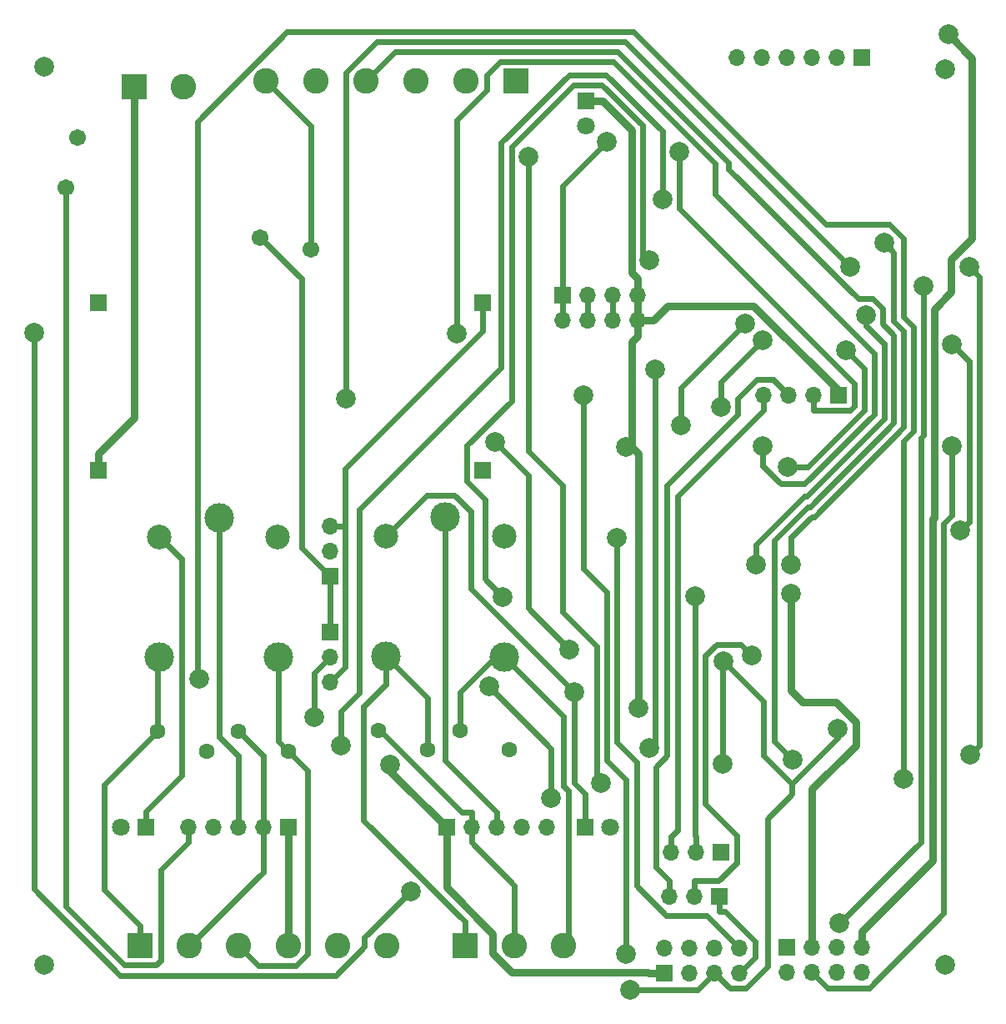
<source format=gbr>
%TF.GenerationSoftware,KiCad,Pcbnew,7.0.8*%
%TF.CreationDate,2024-12-20T13:37:24-03:00*%
%TF.ProjectId,Tesseract,54657373-6572-4616-9374-2e6b69636164,rev?*%
%TF.SameCoordinates,Original*%
%TF.FileFunction,Copper,L2,Bot*%
%TF.FilePolarity,Positive*%
%FSLAX46Y46*%
G04 Gerber Fmt 4.6, Leading zero omitted, Abs format (unit mm)*
G04 Created by KiCad (PCBNEW 7.0.8) date 2024-12-20 13:37:24*
%MOMM*%
%LPD*%
G01*
G04 APERTURE LIST*
%TA.AperFunction,ComponentPad*%
%ADD10R,2.600000X2.600000*%
%TD*%
%TA.AperFunction,ComponentPad*%
%ADD11C,2.600000*%
%TD*%
%TA.AperFunction,ComponentPad*%
%ADD12C,1.600000*%
%TD*%
%TA.AperFunction,ComponentPad*%
%ADD13R,1.700000X1.700000*%
%TD*%
%TA.AperFunction,ComponentPad*%
%ADD14O,1.700000X1.700000*%
%TD*%
%TA.AperFunction,ComponentPad*%
%ADD15R,1.800000X1.800000*%
%TD*%
%TA.AperFunction,ComponentPad*%
%ADD16C,1.800000*%
%TD*%
%TA.AperFunction,ComponentPad*%
%ADD17C,1.710000*%
%TD*%
%TA.AperFunction,ComponentPad*%
%ADD18C,3.000000*%
%TD*%
%TA.AperFunction,ComponentPad*%
%ADD19C,2.500000*%
%TD*%
%TA.AperFunction,ViaPad*%
%ADD20C,2.000000*%
%TD*%
%TA.AperFunction,Conductor*%
%ADD21C,0.800000*%
%TD*%
%TA.AperFunction,Conductor*%
%ADD22C,0.600000*%
%TD*%
G04 APERTURE END LIST*
D10*
%TO.P,J22,1,Pin_1*%
%TO.N,Net-(J22-Pin_1)*%
X33250000Y-119000000D03*
D11*
%TO.P,J22,2,Pin_2*%
%TO.N,Net-(J22-Pin_2)*%
X38250000Y-119000000D03*
%TO.P,J22,3,Pin_3*%
%TO.N,Net-(J22-Pin_3)*%
X43250000Y-119000000D03*
%TO.P,J22,4,Pin_4*%
%TO.N,GND*%
X48250000Y-119000000D03*
%TO.P,J22,5,Pin_5*%
%TO.N,Net-(D5-K)*%
X53250000Y-119000000D03*
%TO.P,J22,6,Pin_6*%
%TO.N,BTN*%
X58250000Y-119000000D03*
%TD*%
D12*
%TO.P,RV3,1*%
%TO.N,Net-(J14-Pin_1)*%
X62450000Y-99150000D03*
%TO.P,RV3,2*%
%TO.N,Net-(J14-Pin_2)*%
X57450000Y-97150000D03*
%TD*%
D13*
%TO.P,J6,1,Pin_1*%
%TO.N,TXP*%
X92250000Y-109500000D03*
D14*
%TO.P,J6,2,Pin_2*%
%TO.N,SCL{slash}TX*%
X89710000Y-109500000D03*
%TO.P,J6,3,Pin_3*%
%TO.N,SCL*%
X87170000Y-109500000D03*
%TD*%
D13*
%TO.P,J1,1,Pin_1*%
%TO.N,12V*%
X52500000Y-81525000D03*
D14*
%TO.P,J1,2,Pin_2*%
%TO.N,Net-(D2-K)*%
X52500000Y-78985000D03*
%TO.P,J1,3,Pin_3*%
%TO.N,+5V*%
X52500000Y-76445000D03*
%TD*%
D13*
%TO.P,J13,1,Pin_1*%
%TO.N,unconnected-(J13-Pin_1-Pad1)*%
X106550000Y-28850000D03*
D14*
%TO.P,J13,2,Pin_2*%
%TO.N,unconnected-(J13-Pin_2-Pad2)*%
X104010000Y-28850000D03*
%TO.P,J13,3,Pin_3*%
%TO.N,unconnected-(J13-Pin_3-Pad3)*%
X101470000Y-28850000D03*
%TO.P,J13,4,Pin_4*%
%TO.N,unconnected-(J13-Pin_4-Pad4)*%
X98930000Y-28850000D03*
%TO.P,J13,5,Pin_5*%
%TO.N,unconnected-(J13-Pin_5-Pad5)*%
X96390000Y-28850000D03*
%TO.P,J13,6,Pin_6*%
%TO.N,unconnected-(J13-Pin_6-Pad6)*%
X93850000Y-28850000D03*
%TD*%
D15*
%TO.P,D4,1,K*%
%TO.N,Net-(D2-A)*%
X33790000Y-107000000D03*
D16*
%TO.P,D4,2,A*%
%TO.N,Net-(D4-A)*%
X31250000Y-107000000D03*
%TD*%
D10*
%TO.P,J14,1,Pin_1*%
%TO.N,Net-(J14-Pin_1)*%
X66250000Y-119000000D03*
D11*
%TO.P,J14,2,Pin_2*%
%TO.N,Net-(J14-Pin_2)*%
X71250000Y-119000000D03*
%TO.P,J14,3,Pin_3*%
%TO.N,Net-(J14-Pin_3)*%
X76250000Y-119000000D03*
%TD*%
D10*
%TO.P,J15,1,Pin_1*%
%TO.N,BEEP*%
X71400000Y-31250000D03*
D11*
%TO.P,J15,2,Pin_2*%
%TO.N,LED*%
X66320000Y-31250000D03*
%TO.P,J15,3,Pin_3*%
%TO.N,D1*%
X61240000Y-31250000D03*
%TO.P,J15,4,Pin_4*%
%TO.N,D0*%
X56160000Y-31250000D03*
%TO.P,J15,5,Pin_5*%
%TO.N,GND*%
X51080000Y-31250000D03*
%TO.P,J15,6,Pin_6*%
%TO.N,Net-(J15-Pin_6)*%
X46000000Y-31250000D03*
%TD*%
D17*
%TO.P,F1,1*%
%TO.N,+12V*%
X26850000Y-36950000D03*
%TO.P,F1,2*%
%TO.N,12VOUT*%
X25650000Y-42050000D03*
%TD*%
D13*
%TO.P,J3,1,Pin_1*%
%TO.N,GND*%
X29000000Y-70750000D03*
%TD*%
%TO.P,J19,1,Pin_1*%
%TO.N,+5V*%
X68000000Y-53750000D03*
%TD*%
%TO.P,J8,1,Pin_1*%
%TO.N,GND*%
X48250000Y-107000000D03*
D14*
%TO.P,J8,2,Pin_2*%
%TO.N,Net-(J22-Pin_2)*%
X45710000Y-107000000D03*
%TO.P,J8,3,Pin_3*%
%TO.N,Net-(J8-Pin_3)*%
X43170000Y-107000000D03*
%TO.P,J8,4,Pin_4*%
%TO.N,12VOUT*%
X40630000Y-107000000D03*
%TO.P,J8,5,Pin_5*%
X38090000Y-107000000D03*
%TD*%
D12*
%TO.P,RV2,1*%
%TO.N,Net-(J22-Pin_2)*%
X43250000Y-97250000D03*
%TO.P,RV2,2*%
%TO.N,Net-(J22-Pin_3)*%
X48250000Y-99250000D03*
%TD*%
D18*
%TO.P,K1,1*%
%TO.N,Net-(J8-Pin_3)*%
X41250000Y-75550000D03*
D19*
%TO.P,K1,2*%
%TO.N,Net-(D2-A)*%
X35200000Y-77500000D03*
D18*
%TO.P,K1,3*%
%TO.N,Net-(J22-Pin_1)*%
X35200000Y-89700000D03*
%TO.P,K1,4*%
%TO.N,Net-(J22-Pin_3)*%
X47250000Y-89750000D03*
D19*
%TO.P,K1,5*%
%TO.N,Net-(D2-K)*%
X47200000Y-77500000D03*
%TD*%
D17*
%TO.P,F2,1*%
%TO.N,12V*%
X45450000Y-47150000D03*
%TO.P,F2,2*%
%TO.N,Net-(J15-Pin_6)*%
X50550000Y-48350000D03*
%TD*%
D13*
%TO.P,J2,1,Pin_1*%
%TO.N,12V*%
X29000000Y-53750000D03*
%TD*%
D12*
%TO.P,RV4,1*%
%TO.N,Net-(J14-Pin_2)*%
X70700000Y-99150000D03*
%TO.P,RV4,2*%
%TO.N,Net-(J14-Pin_3)*%
X65700000Y-97150000D03*
%TD*%
D13*
%TO.P,J20,1,Pin_1*%
%TO.N,GND*%
X68000000Y-70750000D03*
%TD*%
%TO.P,J10,1,Pin_1*%
%TO.N,GND*%
X104180000Y-63100000D03*
D14*
%TO.P,J10,2,Pin_2*%
%TO.N,+3.3V*%
X101640000Y-63100000D03*
%TO.P,J10,3,Pin_3*%
%TO.N,SDA*%
X99100000Y-63100000D03*
%TO.P,J10,4,Pin_4*%
%TO.N,SCL*%
X96560000Y-63100000D03*
%TD*%
D13*
%TO.P,J12,1,Pin_1*%
%TO.N,12V*%
X52500000Y-87210000D03*
D14*
%TO.P,J12,2,Pin_2*%
%TO.N,Net-(D7-K)*%
X52500000Y-89750000D03*
%TO.P,J12,3,Pin_3*%
%TO.N,+5V*%
X52500000Y-92290000D03*
%TD*%
D13*
%TO.P,J7,1,Pin_1*%
%TO.N,RXP*%
X92080000Y-114000000D03*
D14*
%TO.P,J7,2,Pin_2*%
%TO.N,SDA{slash}RX*%
X89540000Y-114000000D03*
%TO.P,J7,3,Pin_3*%
%TO.N,SDA*%
X87000000Y-114000000D03*
%TD*%
D13*
%TO.P,J21,1,Pin_1*%
%TO.N,GND*%
X98960000Y-119210000D03*
D14*
%TO.P,J21,2,Pin_2*%
%TO.N,+3.3V*%
X98960000Y-121750000D03*
%TO.P,J21,3,Pin_3*%
%TO.N,GND*%
X101500000Y-119210000D03*
%TO.P,J21,4,Pin_4*%
%TO.N,SDA*%
X101500000Y-121750000D03*
%TO.P,J21,5,Pin_5*%
%TO.N,+5V*%
X104040000Y-119210000D03*
%TO.P,J21,6,Pin_6*%
%TO.N,SCL*%
X104040000Y-121750000D03*
%TO.P,J21,7,Pin_7*%
%TO.N,+12V*%
X106580000Y-119210000D03*
%TO.P,J21,8,Pin_8*%
%TO.N,RST*%
X106580000Y-121750000D03*
%TD*%
D15*
%TO.P,D3,1,K*%
%TO.N,GND*%
X78500000Y-33250000D03*
D16*
%TO.P,D3,2,A*%
%TO.N,Net-(D3-A)*%
X78500000Y-35790000D03*
%TD*%
D10*
%TO.P,J5,1,Pin_1*%
%TO.N,GND*%
X32660000Y-31805000D03*
D11*
%TO.P,J5,2,Pin_2*%
%TO.N,+12V*%
X37660000Y-31805000D03*
%TD*%
D13*
%TO.P,J9,1,Pin_1*%
%TO.N,GND*%
X86500000Y-121790000D03*
D14*
%TO.P,J9,2,Pin_2*%
%TO.N,TXP*%
X86500000Y-119250000D03*
%TO.P,J9,3,Pin_3*%
%TO.N,unconnected-(J9-Pin_3-Pad3)*%
X89040000Y-121790000D03*
%TO.P,J9,4,Pin_4*%
%TO.N,unconnected-(J9-Pin_4-Pad4)*%
X89040000Y-119250000D03*
%TO.P,J9,5,Pin_5*%
%TO.N,GPIO0*%
X91580000Y-121790000D03*
%TO.P,J9,6,Pin_6*%
%TO.N,unconnected-(J9-Pin_6-Pad6)*%
X91580000Y-119250000D03*
%TO.P,J9,7,Pin_7*%
%TO.N,RXP*%
X94120000Y-121790000D03*
%TO.P,J9,8,Pin_8*%
%TO.N,+3.3V*%
X94120000Y-119250000D03*
%TD*%
D13*
%TO.P,J17,1,Pin_1*%
%TO.N,+5V*%
X76130000Y-52960000D03*
D14*
%TO.P,J17,2,Pin_2*%
X76130000Y-55500000D03*
%TO.P,J17,3,Pin_3*%
%TO.N,D1-RFW26*%
X78670000Y-52960000D03*
%TO.P,J17,4,Pin_4*%
X78670000Y-55500000D03*
%TO.P,J17,5,Pin_5*%
%TO.N,D0-RFW26*%
X81210000Y-52960000D03*
%TO.P,J17,6,Pin_6*%
X81210000Y-55500000D03*
%TO.P,J17,7,Pin_7*%
%TO.N,GND*%
X83750000Y-52960000D03*
%TO.P,J17,8,Pin_8*%
X83750000Y-55500000D03*
%TD*%
D18*
%TO.P,K2,1*%
%TO.N,Net-(J16-Pin_3)*%
X64250000Y-75500000D03*
D19*
%TO.P,K2,2*%
%TO.N,Net-(D7-A)*%
X58200000Y-77450000D03*
D18*
%TO.P,K2,3*%
%TO.N,Net-(J14-Pin_1)*%
X58200000Y-89650000D03*
%TO.P,K2,4*%
%TO.N,Net-(J14-Pin_3)*%
X70250000Y-89700000D03*
D19*
%TO.P,K2,5*%
%TO.N,Net-(D7-K)*%
X70200000Y-77450000D03*
%TD*%
D13*
%TO.P,J16,1,Pin_1*%
%TO.N,GND*%
X64340000Y-107000000D03*
D14*
%TO.P,J16,2,Pin_2*%
%TO.N,Net-(J14-Pin_2)*%
X66880000Y-107000000D03*
%TO.P,J16,3,Pin_3*%
%TO.N,Net-(J16-Pin_3)*%
X69420000Y-107000000D03*
%TO.P,J16,4,Pin_4*%
%TO.N,12VOUT*%
X71960000Y-107000000D03*
%TO.P,J16,5,Pin_5*%
X74500000Y-107000000D03*
%TD*%
D12*
%TO.P,RV1,1*%
%TO.N,Net-(J22-Pin_1)*%
X35000000Y-97250000D03*
%TO.P,RV1,2*%
%TO.N,Net-(J22-Pin_2)*%
X40000000Y-99250000D03*
%TD*%
D15*
%TO.P,D8,1,K*%
%TO.N,Net-(D7-A)*%
X78460000Y-107000000D03*
D16*
%TO.P,D8,2,A*%
%TO.N,Net-(D8-A)*%
X81000000Y-107000000D03*
%TD*%
D20*
%TO.N,*%
X23500000Y-121000000D03*
X115000000Y-121000000D03*
X115000000Y-30000000D03*
X23500000Y-29750000D03*
%TO.N,Net-(U3-EN)*%
X116574800Y-76852700D03*
X115723800Y-57943200D03*
X106969000Y-55026100D03*
X95792800Y-80318400D03*
%TO.N,Net-(U3-~{RST})*%
X108827800Y-47673800D03*
X99319900Y-80319600D03*
%TO.N,Net-(Q5-B)*%
X104903500Y-58567700D03*
X99006300Y-70400000D03*
%TO.N,Net-(Q4-B)*%
X84957600Y-49450000D03*
X70074000Y-83600000D03*
X68671100Y-92685100D03*
X75002300Y-104005900D03*
%TO.N,Net-(Q3-B)*%
X76831900Y-88940300D03*
X69258100Y-67855700D03*
X54158100Y-63475600D03*
X105384500Y-50086200D03*
X117437900Y-50086200D03*
X117546300Y-99626900D03*
%TO.N,Net-(Q2-B)*%
X88160400Y-66168300D03*
X94714300Y-55862600D03*
%TO.N,Net-(Q1-B)*%
X39205600Y-91902800D03*
X110804000Y-102077200D03*
%TO.N,SDA*%
X115711700Y-68288400D03*
%TO.N,SDA{slash}RX*%
X95341800Y-89526300D03*
%TO.N,SCL{slash}TX*%
X89571900Y-83572200D03*
%TO.N,+5V*%
X80616100Y-37416000D03*
X112795300Y-52064900D03*
X104265700Y-116759200D03*
%TO.N,Net-(D17-A)*%
X60727500Y-113475300D03*
X22430000Y-56781700D03*
X65361700Y-56887100D03*
X96469800Y-68325500D03*
%TO.N,GPIO2*%
X85544400Y-60550100D03*
X84984300Y-98984600D03*
%TO.N,GPIO0*%
X104111300Y-97007500D03*
X92374000Y-100542900D03*
X92487800Y-90146600D03*
X78254700Y-63142400D03*
X82601900Y-119882800D03*
X83045500Y-123502100D03*
%TO.N,D1*%
X72647400Y-38894900D03*
X80012800Y-102542300D03*
%TO.N,D0*%
X99473200Y-100114600D03*
%TO.N,Net-(D7-A)*%
X77314700Y-93276000D03*
%TO.N,Net-(D7-K)*%
X50948100Y-95825100D03*
%TO.N,Net-(D5-A)*%
X92252900Y-64364800D03*
X96441700Y-57580100D03*
X86268400Y-43247300D03*
X53587300Y-98694900D03*
%TO.N,+12V*%
X115309800Y-26505000D03*
%TO.N,+3.3V*%
X87970300Y-38393400D03*
X81679000Y-77650000D03*
%TO.N,GND*%
X82555700Y-68406100D03*
X58648900Y-100631800D03*
X83818000Y-94901900D03*
X99357000Y-83284800D03*
%TD*%
D21*
%TO.N,+12V*%
X106580000Y-117558100D02*
X106580000Y-119210000D01*
X113771000Y-110367100D02*
X106580000Y-117558100D01*
X113771000Y-75691200D02*
X113771000Y-110367100D01*
X115637900Y-52656300D02*
X113909700Y-54384500D01*
X117750000Y-47228515D02*
X115637900Y-49340615D01*
X113909700Y-54384500D02*
X113909700Y-75552500D01*
X113909700Y-75552500D02*
X113771000Y-75691200D01*
X117750000Y-28945200D02*
X117750000Y-47228515D01*
X115309800Y-26505000D02*
X117750000Y-28945200D01*
X115637900Y-49340615D02*
X115637900Y-52656300D01*
D22*
%TO.N,Net-(J22-Pin_3)*%
X47250000Y-98250000D02*
X48250000Y-99250000D01*
X47250000Y-89750000D02*
X47250000Y-98250000D01*
X45266300Y-121016300D02*
X43250000Y-119000000D01*
X49071000Y-121016300D02*
X45266300Y-121016300D01*
X50260200Y-119827100D02*
X49071000Y-121016300D01*
X50260200Y-101260200D02*
X50260200Y-119827100D01*
X48250000Y-99250000D02*
X50260200Y-101260200D01*
%TO.N,Net-(J22-Pin_1)*%
X33250000Y-119000000D02*
X33250000Y-116998100D01*
X35000000Y-89900000D02*
X35000000Y-97250000D01*
X35200000Y-89700000D02*
X35000000Y-89900000D01*
X29599400Y-102650600D02*
X35000000Y-97250000D01*
X29599400Y-113347500D02*
X29599400Y-102650600D01*
X33250000Y-116998100D02*
X29599400Y-113347500D01*
%TO.N,Net-(J22-Pin_2)*%
X45710000Y-99710000D02*
X45710000Y-107000000D01*
X43250000Y-97250000D02*
X45710000Y-99710000D01*
X45710000Y-111540000D02*
X38250000Y-119000000D01*
X45710000Y-107000000D02*
X45710000Y-111540000D01*
%TO.N,Net-(U3-EN)*%
X117437900Y-59657300D02*
X115723800Y-57943200D01*
X117437900Y-75989600D02*
X117437900Y-59657300D01*
X116574800Y-76852700D02*
X117437900Y-75989600D01*
X95792800Y-78254800D02*
X95792800Y-80318400D01*
X100679100Y-73368500D02*
X95792800Y-78254800D01*
X100946500Y-73368500D02*
X100679100Y-73368500D01*
X108787700Y-65527300D02*
X100946500Y-73368500D01*
X108787700Y-57917100D02*
X108787700Y-65527300D01*
X106969000Y-56098400D02*
X108787700Y-57917100D01*
X106969000Y-55026100D02*
X106969000Y-56098400D01*
%TO.N,Net-(U3-~{RST})*%
X109789600Y-48635600D02*
X108827800Y-47673800D01*
X109789600Y-55585000D02*
X109789600Y-48635600D01*
X110791500Y-56586900D02*
X109789600Y-55585000D01*
X110791500Y-66357500D02*
X110791500Y-56586900D01*
X101683300Y-75465700D02*
X110791500Y-66357500D01*
X101427900Y-75465700D02*
X101683300Y-75465700D01*
X99319900Y-77573700D02*
X101427900Y-75465700D01*
X99319900Y-80319600D02*
X99319900Y-77573700D01*
%TO.N,Net-(Q5-B)*%
X106758300Y-60422500D02*
X104903500Y-58567700D01*
X106758300Y-64666900D02*
X106758300Y-60422500D01*
X101025200Y-70400000D02*
X106758300Y-64666900D01*
X99006300Y-70400000D02*
X101025200Y-70400000D01*
%TO.N,Net-(Q4-B)*%
X75002300Y-99016300D02*
X75002300Y-104005900D01*
X68671100Y-92685100D02*
X75002300Y-99016300D01*
X68248100Y-81774100D02*
X70074000Y-83600000D01*
X68248100Y-73690700D02*
X68248100Y-81774100D01*
X66448100Y-71890700D02*
X68248100Y-73690700D01*
X66448100Y-68258800D02*
X66448100Y-71890700D01*
X70941000Y-63765900D02*
X66448100Y-68258800D01*
X70941000Y-37934700D02*
X70941000Y-63765900D01*
X77260800Y-31614900D02*
X70941000Y-37934700D01*
X80125600Y-31614900D02*
X77260800Y-31614900D01*
X84235700Y-35725000D02*
X80125600Y-31614900D01*
X84235700Y-48728100D02*
X84235700Y-35725000D01*
X84957600Y-49450000D02*
X84235700Y-48728100D01*
%TO.N,Net-(Q3-B)*%
X72647400Y-84755800D02*
X76831900Y-88940300D01*
X72647400Y-71245000D02*
X72647400Y-84755800D01*
X69258100Y-67855700D02*
X72647400Y-71245000D01*
X54158100Y-30335500D02*
X54158100Y-63475600D01*
X57255800Y-27237800D02*
X54158100Y-30335500D01*
X82536100Y-27237800D02*
X57255800Y-27237800D01*
X105384500Y-50086200D02*
X82536100Y-27237800D01*
X118439800Y-51088100D02*
X117437900Y-50086200D01*
X118439800Y-98733400D02*
X118439800Y-51088100D01*
X117546300Y-99626900D02*
X118439800Y-98733400D01*
%TO.N,Net-(Q2-B)*%
X88160400Y-62416500D02*
X88160400Y-66168300D01*
X94714300Y-55862600D02*
X88160400Y-62416500D01*
%TO.N,Net-(Q1-B)*%
X39041500Y-91738700D02*
X39205600Y-91902800D01*
X39041500Y-35333900D02*
X39041500Y-91738700D01*
X48139500Y-26235900D02*
X39041500Y-35333900D01*
X83335200Y-26235900D02*
X48139500Y-26235900D01*
X102867700Y-45768400D02*
X83335200Y-26235900D01*
X109337300Y-45768400D02*
X102867700Y-45768400D01*
X110804000Y-47235100D02*
X109337300Y-45768400D01*
X110804000Y-55182400D02*
X110804000Y-47235100D01*
X111793400Y-56171800D02*
X110804000Y-55182400D01*
X111793400Y-66772600D02*
X111793400Y-56171800D01*
X110804000Y-67762000D02*
X111793400Y-66772600D01*
X110804000Y-102077200D02*
X110804000Y-67762000D01*
%TO.N,Net-(J16-Pin_3)*%
X64198100Y-100226200D02*
X69420000Y-105448100D01*
X64198100Y-75551900D02*
X64198100Y-100226200D01*
X64250000Y-75500000D02*
X64198100Y-75551900D01*
X69420000Y-107000000D02*
X69420000Y-105448100D01*
%TO.N,Net-(J14-Pin_3)*%
X65700000Y-93249300D02*
X65700000Y-97150000D01*
X69249300Y-89700000D02*
X65700000Y-93249300D01*
X70250000Y-89700000D02*
X69249300Y-89700000D01*
X76250000Y-95700000D02*
X70250000Y-89700000D01*
X76250000Y-102846600D02*
X76250000Y-95700000D01*
X76704200Y-103300800D02*
X76250000Y-102846600D01*
X76704200Y-118545800D02*
X76704200Y-103300800D01*
X76250000Y-119000000D02*
X76704200Y-118545800D01*
%TO.N,Net-(J14-Pin_2)*%
X66880000Y-107000000D02*
X66880000Y-105448100D01*
X66880000Y-107000000D02*
X66880000Y-108551900D01*
X57576500Y-97150000D02*
X57450000Y-97150000D01*
X65874600Y-105448100D02*
X57576500Y-97150000D01*
X66880000Y-105448100D02*
X65874600Y-105448100D01*
X71250000Y-112921900D02*
X66880000Y-108551900D01*
X71250000Y-119000000D02*
X71250000Y-112921900D01*
%TO.N,Net-(J14-Pin_1)*%
X66250000Y-119000000D02*
X66250000Y-116998100D01*
X62450000Y-93900000D02*
X58200000Y-89650000D01*
X62450000Y-99150000D02*
X62450000Y-93900000D01*
X58200000Y-92504700D02*
X58200000Y-89650000D01*
X55947400Y-94757300D02*
X58200000Y-92504700D01*
X55947400Y-106288300D02*
X55947400Y-94757300D01*
X66250000Y-116590900D02*
X55947400Y-106288300D01*
X66250000Y-116998100D02*
X66250000Y-116590900D01*
%TO.N,Net-(J8-Pin_3)*%
X41250000Y-97822300D02*
X41250000Y-75550000D01*
X43170000Y-99742300D02*
X41250000Y-97822300D01*
X43170000Y-107000000D02*
X43170000Y-99742300D01*
%TO.N,SDA*%
X87000000Y-114000000D02*
X87000000Y-112448100D01*
X97540500Y-61540500D02*
X99100000Y-63100000D01*
X95915100Y-61540500D02*
X97540500Y-61540500D01*
X93954800Y-63500800D02*
X95915100Y-61540500D01*
X93954800Y-65069900D02*
X93954800Y-63500800D01*
X86761400Y-72263300D02*
X93954800Y-65069900D01*
X86761400Y-99749100D02*
X86761400Y-72263300D01*
X85611400Y-100899100D02*
X86761400Y-99749100D01*
X85611400Y-111059500D02*
X85611400Y-100899100D01*
X87000000Y-112448100D02*
X85611400Y-111059500D01*
X103051900Y-123301900D02*
X101500000Y-121750000D01*
X107288300Y-123301900D02*
X103051900Y-123301900D01*
X114872900Y-115717300D02*
X107288300Y-123301900D01*
X114872900Y-76147700D02*
X114872900Y-115717300D01*
X115711700Y-75308900D02*
X114872900Y-76147700D01*
X115711700Y-68288400D02*
X115711700Y-75308900D01*
%TO.N,SDA{slash}RX*%
X94259800Y-88444300D02*
X95341800Y-89526300D01*
X91776300Y-88444300D02*
X94259800Y-88444300D01*
X90626200Y-89594400D02*
X91776300Y-88444300D01*
X90626200Y-104660900D02*
X90626200Y-89594400D01*
X93801900Y-107836600D02*
X90626200Y-104660900D01*
X93801900Y-110646400D02*
X93801900Y-107836600D01*
X92000200Y-112448100D02*
X93801900Y-110646400D01*
X89540000Y-112448100D02*
X92000200Y-112448100D01*
X89540000Y-114000000D02*
X89540000Y-112448100D01*
%TO.N,RXP*%
X92080000Y-114000000D02*
X92080000Y-115551900D01*
X92624800Y-115551900D02*
X92080000Y-115551900D01*
X95671900Y-118599000D02*
X92624800Y-115551900D01*
X95671900Y-120238100D02*
X95671900Y-118599000D01*
X94120000Y-121790000D02*
X95671900Y-120238100D01*
%TO.N,SCL*%
X96560000Y-63100000D02*
X96560000Y-64651900D01*
X87170000Y-109500000D02*
X87170000Y-107948100D01*
X87797900Y-73414000D02*
X96560000Y-64651900D01*
X87797900Y-107320200D02*
X87797900Y-73414000D01*
X87170000Y-107948100D02*
X87797900Y-107320200D01*
%TO.N,SCL{slash}TX*%
X89710000Y-109500000D02*
X89710000Y-107948100D01*
X89571900Y-107810000D02*
X89710000Y-107948100D01*
X89571900Y-83572200D02*
X89571900Y-107810000D01*
%TO.N,+5V*%
X76130000Y-55500000D02*
X76130000Y-52960000D01*
X52500000Y-76445000D02*
X54051900Y-76445000D01*
X68000000Y-53750000D02*
X68000000Y-55301900D01*
X76130000Y-41902100D02*
X80616100Y-37416000D01*
X76130000Y-52960000D02*
X76130000Y-41902100D01*
X54051900Y-90738100D02*
X52500000Y-92290000D01*
X54051900Y-76445000D02*
X54051900Y-90738100D01*
X68000000Y-56655800D02*
X68000000Y-55301900D01*
X54051900Y-70603900D02*
X68000000Y-56655800D01*
X54051900Y-76445000D02*
X54051900Y-70603900D01*
X112795300Y-67187700D02*
X112795300Y-52064900D01*
X112517800Y-67465200D02*
X112795300Y-67187700D01*
X112517800Y-108507100D02*
X112517800Y-67465200D01*
X104265700Y-116759200D02*
X112517800Y-108507100D01*
%TO.N,Net-(J15-Pin_6)*%
X50550000Y-35800000D02*
X46000000Y-31250000D01*
X50550000Y-48350000D02*
X50550000Y-35800000D01*
%TO.N,12VOUT*%
X38090000Y-107000000D02*
X38090000Y-108551900D01*
X25650000Y-115053900D02*
X25650000Y-42050000D01*
X31598000Y-121001900D02*
X25650000Y-115053900D01*
X34846400Y-121001900D02*
X31598000Y-121001900D01*
X35335500Y-120512800D02*
X34846400Y-121001900D01*
X35335500Y-111306400D02*
X35335500Y-120512800D01*
X38090000Y-108551900D02*
X35335500Y-111306400D01*
%TO.N,Net-(D17-A)*%
X22430000Y-113263200D02*
X22430000Y-56781700D01*
X31200800Y-122034000D02*
X22430000Y-113263200D01*
X53088100Y-122034000D02*
X31200800Y-122034000D01*
X56017600Y-119104500D02*
X53088100Y-122034000D01*
X56017600Y-118185200D02*
X56017600Y-119104500D01*
X60727500Y-113475300D02*
X56017600Y-118185200D01*
X96469800Y-70330200D02*
X96469800Y-68325500D01*
X98288800Y-72149200D02*
X96469800Y-70330200D01*
X100710800Y-72149200D02*
X98288800Y-72149200D01*
X107785800Y-65074200D02*
X100710800Y-72149200D01*
X107785800Y-58898900D02*
X107785800Y-65074200D01*
X91656000Y-42769100D02*
X107785800Y-58898900D01*
X91656000Y-39603300D02*
X91656000Y-42769100D01*
X81294300Y-29241600D02*
X91656000Y-39603300D01*
X69783700Y-29241600D02*
X81294300Y-29241600D01*
X68420700Y-30604600D02*
X69783700Y-29241600D01*
X68420700Y-32149500D02*
X68420700Y-30604600D01*
X65361700Y-35208500D02*
X68420700Y-32149500D01*
X65361700Y-56887100D02*
X65361700Y-35208500D01*
%TO.N,GPIO2*%
X85544400Y-98424500D02*
X85544400Y-60550100D01*
X84984300Y-98984600D02*
X85544400Y-98424500D01*
%TO.N,D1-RFW26*%
X78670000Y-55500000D02*
X78670000Y-52960000D01*
%TO.N,GPIO0*%
X99452800Y-102564300D02*
X99452800Y-102564200D01*
X99452800Y-103619000D02*
X99452800Y-102564300D01*
X96963300Y-106108500D02*
X99452800Y-103619000D01*
X96963300Y-121166500D02*
X96963300Y-106108500D01*
X94778800Y-123351000D02*
X96963300Y-121166500D01*
X93141000Y-123351000D02*
X94778800Y-123351000D01*
X91580000Y-121790000D02*
X93141000Y-123351000D01*
X96590100Y-94247300D02*
X92487800Y-90145000D01*
X96590100Y-99701600D02*
X96590100Y-94247300D01*
X99452800Y-102564200D02*
X96590100Y-99701600D01*
X92374000Y-90258800D02*
X92374000Y-100542900D01*
X92487800Y-90145000D02*
X92374000Y-90258800D01*
X92487800Y-90145000D02*
X92487800Y-90146600D01*
X89867900Y-123502100D02*
X91580000Y-121790000D01*
X83045500Y-123502100D02*
X89867900Y-123502100D01*
X82601900Y-102157200D02*
X82601900Y-119882800D01*
X80652400Y-100207700D02*
X82601900Y-102157200D01*
X80652400Y-83124700D02*
X80652400Y-100207700D01*
X78254700Y-80727000D02*
X80652400Y-83124700D01*
X78254700Y-63142400D02*
X78254700Y-80727000D01*
X104111300Y-97905700D02*
X104111300Y-97007500D01*
X99452800Y-102564200D02*
X104111300Y-97905700D01*
%TO.N,D0-RFW26*%
X81210000Y-55500000D02*
X81210000Y-52960000D01*
%TO.N,D1*%
X79650500Y-102180000D02*
X80012800Y-102542300D01*
X79650500Y-88634700D02*
X79650500Y-102180000D01*
X76145100Y-85129300D02*
X79650500Y-88634700D01*
X76145100Y-72280600D02*
X76145100Y-85129300D01*
X72647400Y-68782900D02*
X76145100Y-72280600D01*
X72647400Y-38894900D02*
X72647400Y-68782900D01*
%TO.N,D0*%
X59170300Y-28239700D02*
X56160000Y-31250000D01*
X81709300Y-28239700D02*
X59170300Y-28239700D01*
X93011600Y-39542000D02*
X81709300Y-28239700D01*
X93011600Y-40160900D02*
X93011600Y-39542000D01*
X106174900Y-53324200D02*
X93011600Y-40160900D01*
X107674100Y-53324200D02*
X106174900Y-53324200D01*
X108670900Y-54321000D02*
X107674100Y-53324200D01*
X108670900Y-55883400D02*
X108670900Y-54321000D01*
X109789600Y-57002100D02*
X108670900Y-55883400D01*
X109789600Y-65942400D02*
X109789600Y-57002100D01*
X101268200Y-74463800D02*
X109789600Y-65942400D01*
X101002500Y-74463800D02*
X101268200Y-74463800D01*
X97613900Y-77852400D02*
X101002500Y-74463800D01*
X97613900Y-98255300D02*
X97613900Y-77852400D01*
X99473200Y-100114600D02*
X97613900Y-98255300D01*
%TO.N,Net-(D7-A)*%
X78460000Y-107000000D02*
X78460000Y-105398100D01*
X66850500Y-82811800D02*
X77314700Y-93276000D01*
X66850500Y-74942700D02*
X66850500Y-82811800D01*
X65181900Y-73274100D02*
X66850500Y-74942700D01*
X62375900Y-73274100D02*
X65181900Y-73274100D01*
X58200000Y-77450000D02*
X62375900Y-73274100D01*
X77314700Y-102494300D02*
X77314700Y-93276000D01*
X78460000Y-103639600D02*
X77314700Y-102494300D01*
X78460000Y-105398100D02*
X78460000Y-103639600D01*
%TO.N,Net-(D7-K)*%
X50948100Y-91301900D02*
X50948100Y-95825100D01*
X52500000Y-89750000D02*
X50948100Y-91301900D01*
%TO.N,Net-(D5-A)*%
X92252900Y-61768900D02*
X96441700Y-57580100D01*
X92252900Y-64364800D02*
X92252900Y-61768900D01*
X53587300Y-95200100D02*
X53587300Y-98694900D01*
X55447300Y-93340100D02*
X53587300Y-95200100D01*
X55447300Y-74751700D02*
X55447300Y-93340100D01*
X69882900Y-60316100D02*
X55447300Y-74751700D01*
X69882900Y-37526800D02*
X69882900Y-60316100D01*
X76796700Y-30613000D02*
X69882900Y-37526800D01*
X80587000Y-30613000D02*
X76796700Y-30613000D01*
X86268400Y-36294400D02*
X80587000Y-30613000D01*
X86268400Y-43247300D02*
X86268400Y-36294400D01*
%TO.N,Net-(D2-A)*%
X33790000Y-107000000D02*
X33790000Y-105398100D01*
X37458300Y-101729800D02*
X33790000Y-105398100D01*
X37458300Y-79758300D02*
X37458300Y-101729800D01*
X35200000Y-77500000D02*
X37458300Y-79758300D01*
%TO.N,+3.3V*%
X101640000Y-63100000D02*
X101640000Y-64651900D01*
X81679000Y-98402600D02*
X81679000Y-77650000D01*
X83663100Y-100386700D02*
X81679000Y-98402600D01*
X83663100Y-112961300D02*
X83663100Y-100386700D01*
X86644400Y-115942600D02*
X83663100Y-112961300D01*
X90812600Y-115942600D02*
X86644400Y-115942600D01*
X94120000Y-119250000D02*
X90812600Y-115942600D01*
X87970300Y-44172000D02*
X87970300Y-38393400D01*
X105756400Y-61958100D02*
X87970300Y-44172000D01*
X105756400Y-64223700D02*
X105756400Y-61958100D01*
X105328200Y-64651900D02*
X105756400Y-64223700D01*
X101640000Y-64651900D02*
X105328200Y-64651900D01*
D21*
%TO.N,GND*%
X83750000Y-55500000D02*
X83750000Y-52960000D01*
X48250000Y-107000000D02*
X48250000Y-119000000D01*
X32660000Y-65438100D02*
X32660000Y-31805000D01*
X29000000Y-69098100D02*
X32660000Y-65438100D01*
X29000000Y-70750000D02*
X29000000Y-69098100D01*
X78500000Y-33250000D02*
X80201900Y-33250000D01*
X83750000Y-55500000D02*
X83750000Y-57151900D01*
X83155800Y-68406100D02*
X82555700Y-68406100D01*
X83155800Y-57746100D02*
X83155800Y-68406100D01*
X83750000Y-57151900D02*
X83155800Y-57746100D01*
X83750000Y-55500000D02*
X85401900Y-55500000D01*
X83750000Y-52960000D02*
X83750000Y-51308100D01*
X83133700Y-50691800D02*
X83750000Y-51308100D01*
X83133700Y-36181800D02*
X83133700Y-50691800D01*
X80201900Y-33250000D02*
X83133700Y-36181800D01*
X58648900Y-101308900D02*
X58648900Y-100631800D01*
X64340000Y-107000000D02*
X58648900Y-101308900D01*
X104180000Y-62665500D02*
X104180000Y-63100000D01*
X95575200Y-54060700D02*
X104180000Y-62665500D01*
X86841200Y-54060700D02*
X95575200Y-54060700D01*
X85401900Y-55500000D02*
X86841200Y-54060700D01*
X64340000Y-113092400D02*
X64340000Y-107000000D01*
X69050600Y-117803000D02*
X64340000Y-113092400D01*
X69050600Y-119779700D02*
X69050600Y-117803000D01*
X70971100Y-121700200D02*
X69050600Y-119779700D01*
X84758300Y-121700200D02*
X70971100Y-121700200D01*
X84848100Y-121790000D02*
X84758300Y-121700200D01*
X86500000Y-121790000D02*
X84848100Y-121790000D01*
X83818000Y-69068300D02*
X83155800Y-68406100D01*
X83818000Y-94901900D02*
X83818000Y-69068300D01*
X99357000Y-93085500D02*
X99357000Y-83284800D01*
X100544300Y-94272800D02*
X99357000Y-93085500D01*
X103928400Y-94272800D02*
X100544300Y-94272800D01*
X105957000Y-96301400D02*
X103928400Y-94272800D01*
X105957000Y-98671000D02*
X105957000Y-96301400D01*
X101500000Y-103128000D02*
X105957000Y-98671000D01*
X101500000Y-119210000D02*
X101500000Y-103128000D01*
D22*
%TO.N,12V*%
X49625300Y-78650300D02*
X52500000Y-81525000D01*
X49625300Y-51325300D02*
X49625300Y-78650300D01*
X45450000Y-47150000D02*
X49625300Y-51325300D01*
X52500000Y-87210000D02*
X52500000Y-81525000D01*
%TD*%
M02*

</source>
